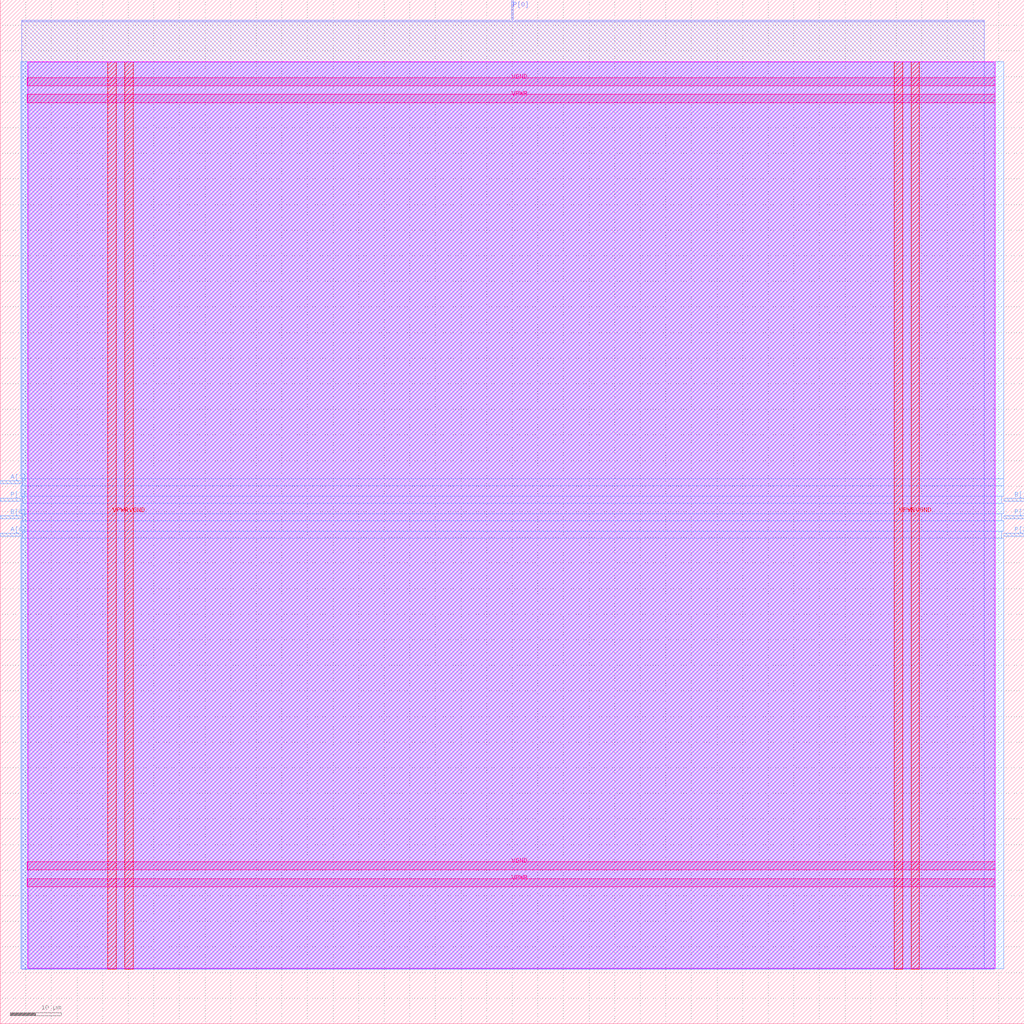
<source format=lef>
VERSION 5.7 ;
  NOWIREEXTENSIONATPIN ON ;
  DIVIDERCHAR "/" ;
  BUSBITCHARS "[]" ;
MACRO e7_SARSA_nSteps_INDEPENDIENTES
  CLASS BLOCK ;
  FOREIGN e7_SARSA_nSteps_INDEPENDIENTES ;
  ORIGIN 0.000 0.000 ;
  SIZE 200.000 BY 200.000 ;
  PIN A[0]
    DIRECTION INPUT ;
    USE SIGNAL ;
    ANTENNAGATEAREA 0.196500 ;
    PORT
      LAYER met3 ;
        RECT 0.000 95.240 4.000 95.840 ;
    END
  END A[0]
  PIN A[1]
    DIRECTION INPUT ;
    USE SIGNAL ;
    ANTENNAGATEAREA 0.213000 ;
    PORT
      LAYER met3 ;
        RECT 0.000 105.440 4.000 106.040 ;
    END
  END A[1]
  PIN B[0]
    DIRECTION INPUT ;
    USE SIGNAL ;
    ANTENNAGATEAREA 0.196500 ;
    PORT
      LAYER met3 ;
        RECT 0.000 98.640 4.000 99.240 ;
    END
  END B[0]
  PIN B[1]
    DIRECTION INPUT ;
    USE SIGNAL ;
    ANTENNAGATEAREA 0.213000 ;
    PORT
      LAYER met3 ;
        RECT 196.000 102.040 200.000 102.640 ;
    END
  END B[1]
  PIN P[0]
    DIRECTION OUTPUT ;
    USE SIGNAL ;
    ANTENNADIFFAREA 0.445500 ;
    PORT
      LAYER met2 ;
        RECT 99.910 196.000 100.190 200.000 ;
    END
  END P[0]
  PIN P[1]
    DIRECTION OUTPUT ;
    USE SIGNAL ;
    ANTENNADIFFAREA 0.445500 ;
    PORT
      LAYER met3 ;
        RECT 0.000 102.040 4.000 102.640 ;
    END
  END P[1]
  PIN P[2]
    DIRECTION OUTPUT ;
    USE SIGNAL ;
    ANTENNADIFFAREA 0.445500 ;
    PORT
      LAYER met3 ;
        RECT 196.000 95.240 200.000 95.840 ;
    END
  END P[2]
  PIN P[3]
    DIRECTION OUTPUT ;
    USE SIGNAL ;
    ANTENNADIFFAREA 0.445500 ;
    PORT
      LAYER met3 ;
        RECT 196.000 98.640 200.000 99.240 ;
    END
  END P[3]
  PIN VGND
    DIRECTION INOUT ;
    USE GROUND ;
    PORT
      LAYER met4 ;
        RECT 24.340 10.640 25.940 187.920 ;
    END
    PORT
      LAYER met4 ;
        RECT 177.940 10.640 179.540 187.920 ;
    END
    PORT
      LAYER met5 ;
        RECT 5.280 30.030 194.360 31.630 ;
    END
    PORT
      LAYER met5 ;
        RECT 5.280 183.210 194.360 184.810 ;
    END
  END VGND
  PIN VPWR
    DIRECTION INOUT ;
    USE POWER ;
    PORT
      LAYER met4 ;
        RECT 21.040 10.640 22.640 187.920 ;
    END
    PORT
      LAYER met4 ;
        RECT 174.640 10.640 176.240 187.920 ;
    END
    PORT
      LAYER met5 ;
        RECT 5.280 26.730 194.360 28.330 ;
    END
    PORT
      LAYER met5 ;
        RECT 5.280 179.910 194.360 181.510 ;
    END
  END VPWR
  OBS
      LAYER nwell ;
        RECT 5.330 10.795 194.310 187.870 ;
      LAYER li1 ;
        RECT 5.520 10.795 194.120 187.765 ;
      LAYER met1 ;
        RECT 4.210 10.640 194.120 187.920 ;
      LAYER met2 ;
        RECT 4.230 195.720 99.630 196.000 ;
        RECT 100.470 195.720 192.190 196.000 ;
        RECT 4.230 10.695 192.190 195.720 ;
      LAYER met3 ;
        RECT 3.990 106.440 196.000 187.845 ;
        RECT 4.400 105.040 196.000 106.440 ;
        RECT 3.990 103.040 196.000 105.040 ;
        RECT 4.400 101.640 195.600 103.040 ;
        RECT 3.990 99.640 196.000 101.640 ;
        RECT 4.400 98.240 195.600 99.640 ;
        RECT 3.990 96.240 196.000 98.240 ;
        RECT 4.400 94.840 195.600 96.240 ;
        RECT 3.990 10.715 196.000 94.840 ;
  END
END e7_SARSA_nSteps_INDEPENDIENTES
END LIBRARY


</source>
